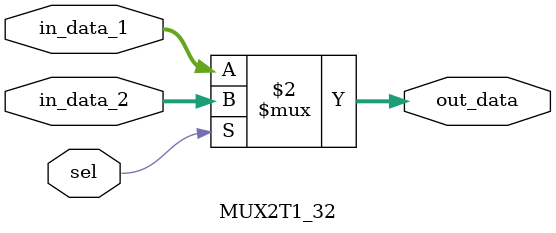
<source format=v>
module MUX2T1_32(
    input [31:0] in_data_1,
    input [31:0] in_data_2,
    input sel,
    output [31:0] out_data
);
    assign out_data = (sel == 0) ? in_data_1 : in_data_2;

endmodule
</source>
